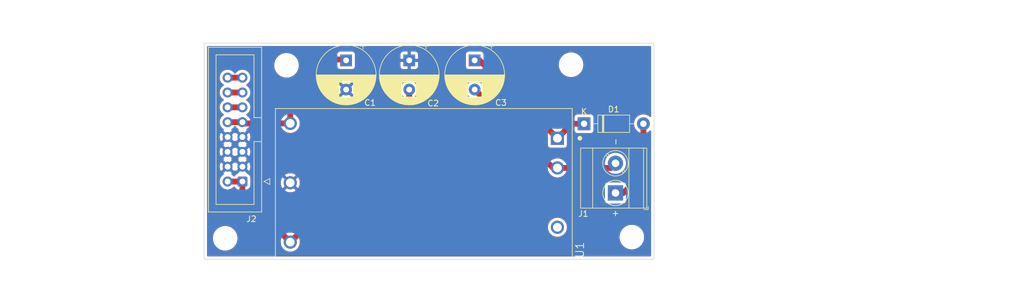
<source format=kicad_pcb>
(kicad_pcb (version 20211014) (generator pcbnew)
  (layers (0 "F.Cu" signal) (31 "B.Cu" signal) (34 "B.Paste" user) (35 "F.Paste" user) (36 "B.SilkS" user "B.Silkscreen") (37 "F.SilkS" user "F.Silkscreen") (38 "B.Mask" user) (39 "F.Mask" user) (44 "Edge.Cuts" user))
  (net 0 "")
  (net 2 "+12V")
  (net 3 "GND")
  (net 4 "-12V")
  (net 5 "Net-(D1-Pad2)")
  (net 6 "Net-(J2-Pad11)")
  (net 7 "Net-(J2-Pad13)")
  (net 8 "Net-(J2-Pad15)")
  (net 9 "Net-(C3-Pad1)")
  (net 10 "Net-(C3-Pad2)")
  (footprint "Connector_IDC:IDC-Header_2x08_P2.54mm_Vertical" (layer "F.Cu") (at 102.4525 89.49 180)
    (fp_text reference "J2" (at -1.5475 -6.41) (layer "F.SilkS"))
    (fp_text value "Conn_02x08_Odd_Even")
    (pad "1" thru_hole roundrect locked (at 0 0 180) (size 1.7 1.7) (drill 1) (layers *.Cu *.Mask) (roundrect_rratio 0.1470588235) (net 4 "-12V"))
    (pad "2" thru_hole circle locked (at 2.54 0 180) (size 1.7 1.7) (drill 1) (layers *.Cu *.Mask) (net 4 "-12V"))
    (pad "3" thru_hole circle locked (at 0 2.54 180) (size 1.7 1.7) (drill 1) (layers *.Cu *.Mask) (net 3 "GND"))
    (pad "4" thru_hole circle locked (at 2.54 2.54 180) (size 1.7 1.7) (drill 1) (layers *.Cu *.Mask) (net 3 "GND"))
    (pad "5" thru_hole circle locked (at 0 5.08 180) (size 1.7 1.7) (drill 1) (layers *.Cu *.Mask) (net 3 "GND"))
    (pad "6" thru_hole circle locked (at 2.54 5.08 180) (size 1.7 1.7) (drill 1) (layers *.Cu *.Mask) (net 3 "GND"))
    (pad "7" thru_hole circle locked (at 0 7.62 180) (size 1.7 1.7) (drill 1) (layers *.Cu *.Mask) (net 3 "GND"))
    (pad "8" thru_hole circle locked (at 2.54 7.62 180) (size 1.7 1.7) (drill 1) (layers *.Cu *.Mask) (net 3 "GND"))
    (pad "9" thru_hole circle locked (at 0 10.16 180) (size 1.7 1.7) (drill 1) (layers *.Cu *.Mask) (net 2 "+12V"))
    (pad "10" thru_hole circle locked (at 2.54 10.16 180) (size 1.7 1.7) (drill 1) (layers *.Cu *.Mask) (net 2 "+12V"))
    (pad "11" thru_hole circle locked (at 0 12.7 180) (size 1.7 1.7) (drill 1) (layers *.Cu *.Mask) (net 6 "Net-(J2-Pad11)"))
    (pad "12" thru_hole circle locked (at 2.54 12.7 180) (size 1.7 1.7) (drill 1) (layers *.Cu *.Mask) (net 6 "Net-(J2-Pad11)"))
    (pad "13" thru_hole circle locked (at 0 15.24 180) (size 1.7 1.7) (drill 1) (layers *.Cu *.Mask) (net 7 "Net-(J2-Pad13)"))
    (pad "14" thru_hole circle locked (at 2.54 15.24 180) (size 1.7 1.7) (drill 1) (layers *.Cu *.Mask) (net 7 "Net-(J2-Pad13)"))
    (pad "15" thru_hole circle locked (at 0 17.78 180) (size 1.7 1.7) (drill 1) (layers *.Cu *.Mask) (net 8 "Net-(J2-Pad15)"))
    (pad "16" thru_hole circle locked (at 2.54 17.78 180) (size 1.7 1.7) (drill 1) (layers *.Cu *.Mask) (net 8 "Net-(J2-Pad15)"))
  )
  (footprint "MountingHole:MountingHole_3.2mm_M3" (layer "F.Cu") (at 158.7 69.5)
    (fp_text reference "H1" (at 0 -0.1) (layer "F.SilkS"))
    (fp_text value "MountingHole")
    (pad "" np_thru_hole circle locked (at 0 0) (size 3.2 3.2) (drill 3.2) (layers *.Cu *.Mask))
  )
  (footprint "TerminalBlock_Phoenix:TerminalBlock_Phoenix_MKDS-3-2-5.08_1x02_P5.08mm_Horizontal" (layer "F.Cu") (at 166.3 91.445 90)
    (fp_text reference "J1" (at -3.555 -5.5 180) (layer "F.SilkS"))
    (fp_text value "Screw_Terminal_01x02")
    (pad "1" thru_hole rect locked (at 0 0 90) (size 2.6 2.6) (drill 1.3) (layers *.Cu *.Mask) (net 5 "Net-(D1-Pad2)"))
    (pad "2" thru_hole circle locked (at 5.08 0 90) (size 2.6 2.6) (drill 1.3) (layers *.Cu *.Mask) (net 10 "Net-(C3-Pad2)"))
  )
  (footprint "MountingHole:MountingHole_3.2mm_M3" (layer "F.Cu") (at 110 69.6)
    (fp_text reference "H3" (at -0.1 0.3) (layer "F.SilkS"))
    (fp_text value "MountingHole")
    (pad "" np_thru_hole circle locked (at 0 0) (size 3.2 3.2) (drill 3.2) (layers *.Cu *.Mask))
  )
  (footprint "MountingHole:MountingHole_3.2mm_M3" (layer "F.Cu") (at 99.5 99.2)
    (fp_text reference "H2" (at 0.1 -0.1) (layer "F.SilkS"))
    (fp_text value "MountingHole")
    (pad "" np_thru_hole circle locked (at 0 0) (size 3.2 3.2) (drill 3.2) (layers *.Cu *.Mask))
  )
  (footprint "Capacitor_THT:CP_Radial_D10.0mm_P5.00mm" (layer "F.Cu") (at 120.2 68.75 -90)
    (fp_text reference "C1" (at 7.25 -4.1 180) (layer "F.SilkS"))
    (fp_text value "220u")
    (pad "1" thru_hole rect locked (at 0 0 270) (size 2 2) (drill 1) (layers *.Cu *.Mask) (net 2 "+12V"))
    (pad "2" thru_hole circle locked (at 5 0 270) (size 2 2) (drill 1) (layers *.Cu *.Mask) (net 3 "GND"))
  )
  (footprint "Capacitor_THT:CP_Radial_D10.0mm_P5.00mm" (layer "F.Cu") (at 142.2 68.75 -90)
    (fp_text reference "C3" (at 7.25 -4.5 180) (layer "F.SilkS"))
    (fp_text value "220u")
    (pad "1" thru_hole rect locked (at 0 0 270) (size 2 2) (drill 1) (layers *.Cu *.Mask) (net 9 "Net-(C3-Pad1)"))
    (pad "2" thru_hole circle locked (at 5 0 270) (size 2 2) (drill 1) (layers *.Cu *.Mask) (net 10 "Net-(C3-Pad2)"))
  )
  (footprint "Alex Custom:CONV_PYBE30-Q24-D12" (layer "F.Cu") (at 133.5 89.7 180)
    (fp_text reference "U1" (at -26.7 -11.5 90) (layer "F.SilkS") (effects (font (size 1.4 1.4))))
    (fp_text value "TEN20-2422WIN")
    (pad "1" thru_hole rect locked (at -22.86 7.62 180) (size 2.25 2.25) (drill 1.5) (layers *.Cu *.Mask) (net 9 "Net-(C3-Pad1)"))
    (pad "2" thru_hole circle locked (at -22.86 2.54 180) (size 2.25 2.25) (drill 1.5) (layers *.Cu *.Mask) (net 10 "Net-(C3-Pad2)"))
    (pad "3" thru_hole circle locked (at -22.86 -7.62 180) (size 2.25 2.25) (drill 1.5) (layers *.Cu *.Mask))
    (pad "4" thru_hole circle locked (at 22.86 -10.16 180) (size 2.25 2.25) (drill 1.5) (layers *.Cu *.Mask) (net 4 "-12V"))
    (pad "5" thru_hole circle locked (at 22.86 0 180) (size 2.25 2.25) (drill 1.5) (layers *.Cu *.Mask) (net 3 "GND"))
    (pad "6" thru_hole circle locked (at 22.86 10.16 180) (size 2.25 2.25) (drill 1.5) (layers *.Cu *.Mask) (net 2 "+12V"))
  )
  (footprint "Capacitor_THT:CP_Radial_D10.0mm_P5.00mm" (layer "F.Cu") (at 131 68.75 -90)
    (fp_text reference "C2" (at 7.35 -4.1 180) (layer "F.SilkS"))
    (fp_text value "220u")
    (pad "1" thru_hole rect locked (at 0 0 270) (size 2 2) (drill 1) (layers *.Cu *.Mask) (net 3 "GND"))
    (pad "2" thru_hole circle locked (at 5 0 270) (size 2 2) (drill 1) (layers *.Cu *.Mask) (net 4 "-12V"))
  )
  (footprint "MountingHole:MountingHole_3.2mm_M3" (layer "F.Cu") (at 169.1 99)
    (fp_text reference "H4" (at -0.1 -0.2) (layer "F.SilkS"))
    (fp_text value "MountingHole")
    (pad "" np_thru_hole circle locked (at 0 0) (size 3.2 3.2) (drill 3.2) (layers *.Cu *.Mask))
  )
  (footprint "Diode_THT:D_DO-41_SOD81_P10.16mm_Horizontal" (layer "F.Cu") (at 160.92 79.6)
    (fp_text reference "D1" (at 5.08 -2.47) (layer "F.SilkS"))
    (fp_text value "1N4007")
    (fp_text user "K" (at 0 -2.1) (layer "F.SilkS"))
    (pad "1" thru_hole rect locked (at 0 0) (size 2.2 2.2) (drill 1.1) (layers *.Cu *.Mask) (net 9 "Net-(C3-Pad1)"))
    (pad "2" thru_hole oval locked (at 10.16 0) (size 2.2 2.2) (drill 1.1) (layers *.Cu *.Mask) (net 5 "Net-(D1-Pad2)"))
  )
  (gr_rect (start 95.9 65.8) (end 172.9 102.8) (layer "Edge.Cuts") (width 0.1) (fill none))
  (gr_text "+" (at 166.3 94.9) (layer "F.SilkS") (effects (font (size 1 1))))
  (gr_text "-" (at 166.3 82.7 90) (layer "F.SilkS") (effects (font (size 1 1))))
  (segment (start 102.6625 79.54) (end 102.4525 79.33) (width 1) (layer "F.Cu") (net 2))
  (segment (start 110.64 79.54) (end 110.64 76.06) (width 1) (layer "F.Cu") (net 2))
  (segment (start 110.64 79.54) (end 102.6625 79.54) (width 1) (layer "F.Cu") (net 2))
  (segment (start 110.64 76.06) (end 118.1 68.6) (width 1) (layer "F.Cu") (net 2))
  (segment (start 118.1 68.6) (end 120.05 68.6) (width 1) (layer "F.Cu") (net 2))
  (segment (start 120.05 68.6) (end 120.2 68.75) (width 1) (layer "F.Cu") (net 2))
  (segment (start 99.9125 79.33) (end 102.4525 79.33) (width 1) (layer "F.Cu") (net 2))
  (segment (start 110.64 99.86) (end 131 79.5) (width 1) (layer "F.Cu") (net 4))
  (segment (start 99.9125 89.49) (end 102.4525 89.49) (width 1) (layer "F.Cu") (net 4))
  (segment (start 131 79.5) (end 131 73.75) (width 1) (layer "F.Cu") (net 4))
  (segment (start 102.4525 89.49) (end 102.4525 91.6725) (width 1) (layer "F.Cu") (net 4))
  (segment (start 102.4525 91.6725) (end 110.64 99.86) (width 1) (layer "F.Cu") (net 4))
  (segment (start 166.3 91.445) (end 167.655 91.445) (width 1) (layer "F.Cu") (net 5))
  (segment (start 171.08 88.02) (end 171.08 79.6) (width 1) (layer "F.Cu") (net 5))
  (segment (start 167.655 91.445) (end 171.08 88.02) (width 1) (layer "F.Cu") (net 5))
  (segment (start 102.4525 76.79) (end 99.9125 76.79) (width 1) (layer "F.Cu") (net 6))
  (segment (start 102.4525 74.25) (end 99.9125 74.25) (width 1) (layer "F.Cu") (net 7))
  (segment (start 99.9125 71.71) (end 102.4525 71.71) (width 1) (layer "F.Cu") (net 8))
  (segment (start 158.84 79.6) (end 156.36 82.08) (width 1) (layer "F.Cu") (net 9))
  (segment (start 143.03 68.75) (end 156.36 82.08) (width 1) (layer "F.Cu") (net 9))
  (segment (start 160.92 79.6) (end 158.84 79.6) (width 1) (layer "F.Cu") (net 9))
  (segment (start 142.2 68.75) (end 143.03 68.75) (width 1) (layer "F.Cu") (net 9))
  (segment (start 142.2 73.75) (end 155.61 87.16) (width 1) (layer "F.Cu") (net 10))
  (segment (start 155.61 87.16) (end 156.36 87.16) (width 1) (layer "F.Cu") (net 10))
  (segment (start 156.36 87.16) (end 165.505 87.16) (width 1) (layer "F.Cu") (net 10))
  (segment (start 165.505 87.16) (end 166.3 86.365) (width 1) (layer "F.Cu") (net 10))
  (zone (net 3) (net_name "GND") (layers F&B.Cu) (connect_pads (clearance 0.508)) (min_thickness 0.254) (fill yes (thermal_gap 0.508) (thermal_bridge_width 0.508))
    (polygon (pts (xy 236.22 109.22) (xy 60.96 109.22) (xy 60.96 58.42) (xy 236.22 58.42)))
  )
)
</source>
